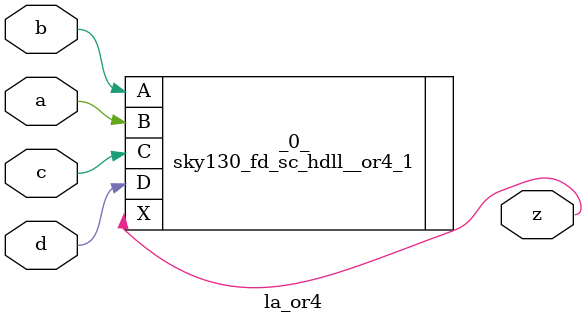
<source format=v>

/* Generated by Yosys 0.38+92 (git sha1 84116c9a3, x86_64-conda-linux-gnu-cc 11.2.0 -fvisibility-inlines-hidden -fmessage-length=0 -march=nocona -mtune=haswell -ftree-vectorize -fPIC -fstack-protector-strong -fno-plt -O2 -ffunction-sections -fdebug-prefix-map=/root/conda-eda/conda-eda/workdir/conda-env/conda-bld/yosys_1708682838165/work=/usr/local/src/conda/yosys-0.38_93_g84116c9a3 -fdebug-prefix-map=/user/projekt_pia/miniconda3/envs/sc=/usr/local/src/conda-prefix -fPIC -Os -fno-merge-constants) */

module la_or4(a, b, c, d, z);
  input a;
  wire a;
  input b;
  wire b;
  input c;
  wire c;
  input d;
  wire d;
  output z;
  wire z;
  sky130_fd_sc_hdll__or4_1 _0_ (
    .A(b),
    .B(a),
    .C(c),
    .D(d),
    .X(z)
  );
endmodule

</source>
